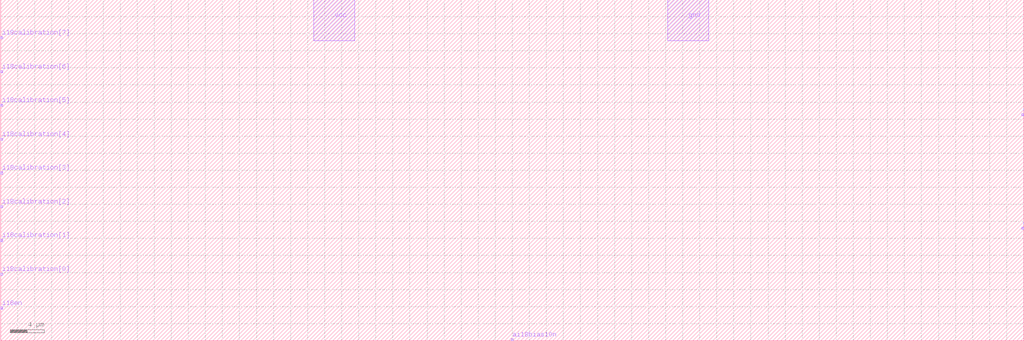
<source format=lef>
VERSION 5.6 ;


BUSBITCHARS "[]" ;
DIVIDERCHAR "/"  ;

MACRO osc10mv1tsmc180n
    CLASS BLOCK ;
    FOREIGN osc10mv1tsmc180n 0.000 0.000  ;
    ORIGIN 0.000 0.000 ;
    SIZE 120.0 BY 40.0 ;
    SYMMETRY x y r90 ;

    PIN vcc
        DIRECTION  INOUT ;
	USE POWER ;
        PORT
        LAYER metal1 ;
        RECT  36.72 35.2 41.52 40.0 ;
        END
    END vcc

    PIN gnd
        DIRECTION  INOUT ;
	USE GROUND ;
        PORT
        LAYER metal1 ;
        RECT  78.24 35.2 83.04 40.0 ;
        END
    END gnd

    PIN o18clk
        DIRECTION  OUTPUT ;
	
        PORT
        LAYER metal1 ;
        RECT  119.76 13.08 120.0 13.32 ;
        END
    END o18clk

    PIN o18rdy
        DIRECTION  OUTPUT ;
	
        PORT
        LAYER metal1 ;
        RECT  119.76 26.4 120.0 26.64 ;
        END
    END o18rdy

    PIN ai18bias10n
        DIRECTION  INPUT ;
	
        PORT
        LAYER metal1 ;
        RECT  59.88 0 60.12 0.24 ;
        END
    END ai18bias10n

    PIN i18en
        DIRECTION  INPUT ;
	
        PORT
        LAYER metal1 ;
        RECT  0 3.72 0.24 3.96 ;
        END
    END i18en

    PIN i18calibration[0]
        DIRECTION  INPUT ;
	
        PORT
        LAYER metal1 ;
        RECT  0 7.68 0.24 7.92 ;
        END
    END i18calibration[0]

    PIN i18calibration[1]
        DIRECTION  INPUT ;
	
        PORT
        LAYER metal1 ;
        RECT  0 11.64 0.24 11.88 ;
        END
    END i18calibration[1]

    PIN i18calibration[2]
        DIRECTION  INPUT ;
	
        PORT
        LAYER metal1 ;
        RECT  0 15.6 0.24 15.84 ;
        END
    END i18calibration[2]

    PIN i18calibration[3]
        DIRECTION  INPUT ;
	
        PORT
        LAYER metal1 ;
        RECT  0 19.56 0.24 19.8 ;
        END
    END i18calibration[3]

    PIN i18calibration[4]
        DIRECTION  INPUT ;
	
        PORT
        LAYER metal1 ;
        RECT  0 23.52 0.24 23.76 ;
        END
    END i18calibration[4]

    PIN i18calibration[5]
        DIRECTION  INPUT ;
	
        PORT
        LAYER metal1 ;
        RECT  0 27.48 0.24 27.72 ;
        END
    END i18calibration[5]

    PIN i18calibration[6]
        DIRECTION  INPUT ;
	
        PORT
        LAYER metal1 ;
        RECT  0 31.44 0.24 31.68 ;
        END
    END i18calibration[6]

    PIN i18calibration[7]
        DIRECTION  INPUT ;
	
        PORT
        LAYER metal1 ;
        RECT  0 35.4 0.24 35.64 ;
        END
    END i18calibration[7]

END osc10mv1tsmc180n

END LIBRARY

</source>
